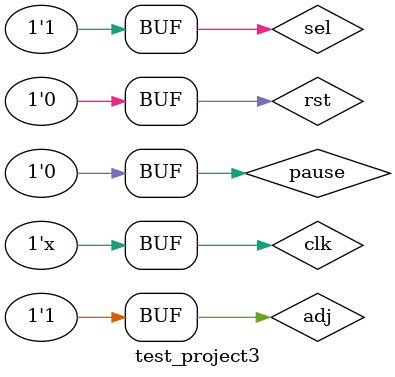
<source format=v>
`timescale 1ns / 1ps


module test_project3;

	// Inputs
	reg clk;
	reg sel;
	reg adj;
	reg pause;
	reg rst;

	// Outputs
	wire [3:0] sec_1;
	wire [3:0] sec_2;
	wire [3:0] min_1;
	wire [3:0] min_2;

	// Instantiate the Unit Under Test (UUT)
	project3 uut (
		.clk(clk), 
		.sel(sel), 
		.adj(adj), 
		.pause(pause), 
		.rst(rst), 
		.sec_1(sec_1), 
		.sec_2(sec_2), 
		.min_1(min_1), 
		.min_2(min_2)
	);

	initial begin
		// Initialize Inputs
		clk = 0;
		sel = 1;
		adj = 1;
		pause = 0;
		rst = 0;

		// Wait 100 ns for global reset to finish
		#100;
        
		// Add stimulus here
		//adj = 1;
	end
      always #1 clk = !clk;
endmodule


</source>
